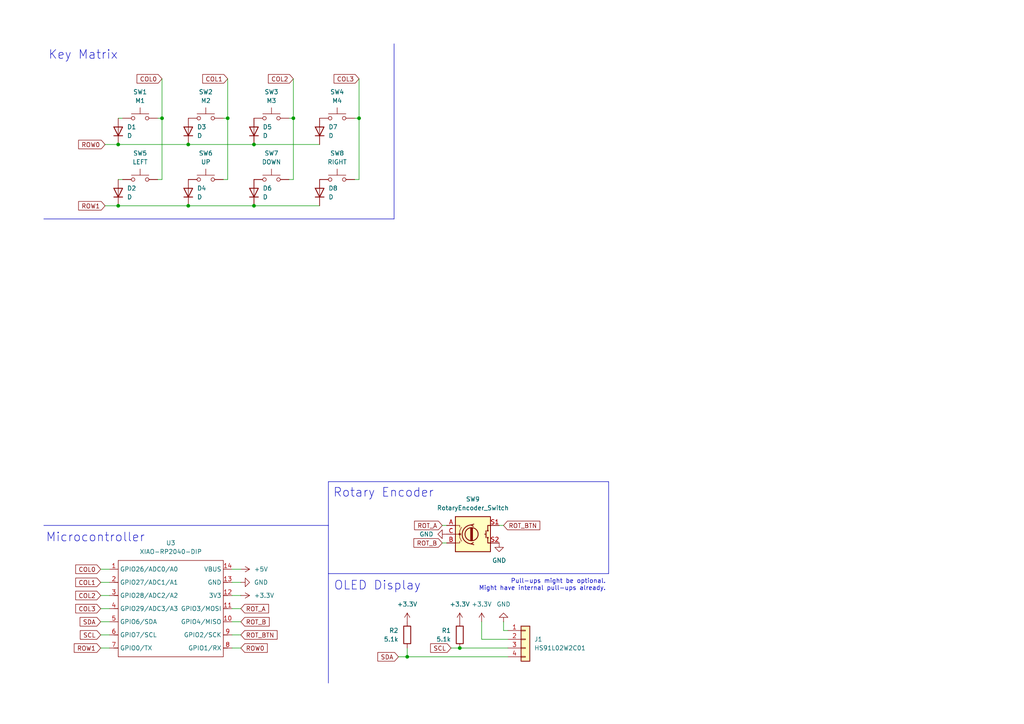
<source format=kicad_sch>
(kicad_sch (version 20250114) (generator "eeschema") (generator_version "9.0")
  (paper "A4")
  (lib_symbols
    (symbol "Connector_Generic:Conn_01x04" (pin_names (offset 1.016) (hide yes))
      (property "Reference" "J" (at 0 5.08 0))
      (property "Value" "Conn_01x04" (at 0 -7.62 0))
      (symbol "Conn_01x04_1_1"
        (rectangle (start -1.27 3.81) (end 1.27 -6.35) (stroke (width 0.254)) (fill (type background)))
        (rectangle (start -1.27 2.667) (end 0 2.413) (stroke (width 0.1524)))
        (rectangle (start -1.27 0.127) (end 0 -0.127) (stroke (width 0.1524)))
        (rectangle (start -1.27 -2.413) (end 0 -2.667) (stroke (width 0.1524)))
        (rectangle (start -1.27 -4.953) (end 0 -5.207) (stroke (width 0.1524)))
        (pin passive line (at -5.08 2.54 0) (length 3.81) (name "Pin_1") (number "1"))
        (pin passive line (at -5.08 0 0) (length 3.81) (name "Pin_2") (number "2"))
        (pin passive line (at -5.08 -2.54 0) (length 3.81) (name "Pin_3") (number "3"))
        (pin passive line (at -5.08 -5.08 0) (length 3.81) (name "Pin_4") (number "4"))
      )
    )
    (symbol "Device:D" (pin_numbers (hide yes)) (pin_names (offset 1.016) (hide yes))
      (property "Reference" "D" (at 0 2.54 0))
      (property "Value" "D" (at 0 -2.54 0))
      (symbol "D_0_1"
        (polyline (pts (xy -1.27 1.27) (xy -1.27 -1.27)) (stroke (width 0.254)))
        (polyline (pts (xy 1.27 1.27) (xy 1.27 -1.27) (xy -1.27 0) (xy 1.27 1.27)) (stroke (width 0.254)))
        (polyline (pts (xy 1.27 0) (xy -1.27 0)))
      )
      (symbol "D_1_1"
        (pin passive line (at -3.81 0 0) (length 2.54) (name "K") (number "1"))
        (pin passive line (at 3.81 0 180) (length 2.54) (name "A") (number "2"))
      )
    )
    (symbol "Device:R" (pin_numbers (hide yes)) (pin_names (offset 0))
      (property "Reference" "R" (at 2.032 0 90))
      (property "Value" "R" (at 0 0 90))
      (symbol "R_0_1"
        (rectangle (start -1.016 -2.54) (end 1.016 2.54) (stroke (width 0.254)))
      )
      (symbol "R_1_1"
        (pin passive line (at 0 3.81 270) (length 1.27) (name "~") (number "1"))
        (pin passive line (at 0 -3.81 90) (length 1.27) (name "~") (number "2"))
      )
    )
    (symbol "Device:RotaryEncoder_Switch" (pin_names (offset 0.254) (hide yes))
      (property "Reference" "SW" (at 0 6.604 0))
      (property "Value" "RotaryEncoder_Switch" (at 0 -6.604 0))
      (symbol "RotaryEncoder_Switch_0_1"
        (rectangle (start -5.08 5.08) (end 5.08 -5.08) (stroke (width 0.254)) (fill (type background)))
        (polyline (pts (xy -5.08 2.54) (xy -3.81 2.54) (xy -3.81 2.032)))
        (polyline (pts (xy -5.08 0) (xy -3.81 0) (xy -3.81 -1.016) (xy -3.302 -2.032)))
        (polyline (pts (xy -5.08 -2.54) (xy -3.81 -2.54) (xy -3.81 -2.032)))
        (polyline (pts (xy -4.318 0) (xy -3.81 0) (xy -3.81 1.016) (xy -3.302 2.032)))
        (circle (center -3.81 0) (radius 0.254) (fill (type outline)))
        (polyline (pts (xy -0.635 -1.778) (xy -0.635 1.778)) (stroke (width 0.254)))
        (circle (center -0.381 0) (radius 1.905) (stroke (width 0.254)))
        (polyline (pts (xy -0.381 -1.778) (xy -0.381 1.778)) (stroke (width 0.254)))
        (arc (start -0.381 -2.794) (mid -3.0988 -0.0635) (end -0.381 2.667) (stroke (width 0.254)))
        (polyline (pts (xy -0.127 1.778) (xy -0.127 -1.778)) (stroke (width 0.254)))
        (polyline (pts (xy 0.254 2.921) (xy -0.508 2.667) (xy 0.127 2.286)) (stroke (width 0.254)))
        (polyline (pts (xy 0.254 -3.048) (xy -0.508 -2.794) (xy 0.127 -2.413)) (stroke (width 0.254)))
        (polyline (pts (xy 3.81 1.016) (xy 3.81 -1.016)) (stroke (width 0.254)))
        (polyline (pts (xy 3.81 0) (xy 3.429 0)) (stroke (width 0.254)))
        (circle (center 4.318 1.016) (radius 0.127) (stroke (width 0.254)))
        (circle (center 4.318 -1.016) (radius 0.127) (stroke (width 0.254)))
        (polyline (pts (xy 5.08 2.54) (xy 4.318 2.54) (xy 4.318 1.016)) (stroke (width 0.254)))
        (polyline (pts (xy 5.08 -2.54) (xy 4.318 -2.54) (xy 4.318 -1.016)) (stroke (width 0.254)))
      )
      (symbol "RotaryEncoder_Switch_1_1"
        (pin passive line (at -7.62 2.54 0) (length 2.54) (name "A") (number "A"))
        (pin passive line (at -7.62 0 0) (length 2.54) (name "C") (number "C"))
        (pin passive line (at -7.62 -2.54 0) (length 2.54) (name "B") (number "B"))
        (pin passive line (at 7.62 2.54 180) (length 2.54) (name "S1") (number "S1"))
        (pin passive line (at 7.62 -2.54 180) (length 2.54) (name "S2") (number "S2"))
      )
    )
    (symbol "SeeedStudio:XIAO-RP2040-DIP"
      (property "Reference" "U" (at 0 0 0))
      (property "Value" "XIAO-RP2040-DIP" (at 5.334 -1.778 0))
      (symbol "XIAO-RP2040-DIP_1_0"
        (polyline (pts (xy -1.27 -2.54) (xy 29.21 -2.54)) (stroke (width 0.1524)))
        (polyline (pts (xy -1.27 -5.08) (xy -2.54 -5.08)) (stroke (width 0.1524)))
        (polyline (pts (xy -1.27 -5.08) (xy -1.27 -2.54)) (stroke (width 0.1524)))
        (polyline (pts (xy -1.27 -8.89) (xy -2.54 -8.89)) (stroke (width 0.1524)))
        (polyline (pts (xy -1.27 -8.89) (xy -1.27 -5.08)) (stroke (width 0.1524)))
        (polyline (pts (xy -1.27 -12.7) (xy -2.54 -12.7)) (stroke (width 0.1524)))
        (polyline (pts (xy -1.27 -12.7) (xy -1.27 -8.89)) (stroke (width 0.1524)))
        (polyline (pts (xy -1.27 -16.51) (xy -2.54 -16.51)) (stroke (width 0.1524)))
        (polyline (pts (xy -1.27 -16.51) (xy -1.27 -12.7)) (stroke (width 0.1524)))
        (polyline (pts (xy -1.27 -20.32) (xy -2.54 -20.32)) (stroke (width 0.1524)))
        (polyline (pts (xy -1.27 -24.13) (xy -2.54 -24.13)) (stroke (width 0.1524)))
        (polyline (pts (xy -1.27 -27.94) (xy -2.54 -27.94)) (stroke (width 0.1524)))
        (polyline (pts (xy -1.27 -30.48) (xy -1.27 -16.51)) (stroke (width 0.1524)))
        (polyline (pts (xy 29.21 -2.54) (xy 29.21 -5.08)) (stroke (width 0.1524)))
        (polyline (pts (xy 29.21 -5.08) (xy 29.21 -8.89)) (stroke (width 0.1524)))
        (polyline (pts (xy 29.21 -8.89) (xy 29.21 -12.7)) (stroke (width 0.1524)))
        (polyline (pts (xy 29.21 -12.7) (xy 29.21 -30.48)) (stroke (width 0.1524)))
        (polyline (pts (xy 29.21 -30.48) (xy -1.27 -30.48)) (stroke (width 0.1524)))
        (polyline (pts (xy 30.48 -5.08) (xy 29.21 -5.08)) (stroke (width 0.1524)))
        (polyline (pts (xy 30.48 -8.89) (xy 29.21 -8.89)) (stroke (width 0.1524)))
        (polyline (pts (xy 30.48 -12.7) (xy 29.21 -12.7)) (stroke (width 0.1524)))
        (polyline (pts (xy 30.48 -16.51) (xy 29.21 -16.51)) (stroke (width 0.1524)))
        (polyline (pts (xy 30.48 -20.32) (xy 29.21 -20.32)) (stroke (width 0.1524)))
        (polyline (pts (xy 30.48 -24.13) (xy 29.21 -24.13)) (stroke (width 0.1524)))
        (polyline (pts (xy 30.48 -27.94) (xy 29.21 -27.94)) (stroke (width 0.1524)))
        (pin passive line (at -3.81 -5.08 0) (length 2.54) (name "GPIO26/ADC0/A0") (number "1"))
        (pin passive line (at -3.81 -8.89 0) (length 2.54) (name "GPIO27/ADC1/A1") (number "2"))
        (pin passive line (at -3.81 -12.7 0) (length 2.54) (name "GPIO28/ADC2/A2") (number "3"))
        (pin passive line (at -3.81 -16.51 0) (length 2.54) (name "GPIO29/ADC3/A3") (number "4"))
        (pin passive line (at -3.81 -20.32 0) (length 2.54) (name "GPIO6/SDA") (number "5"))
        (pin passive line (at -3.81 -24.13 0) (length 2.54) (name "GPIO7/SCL") (number "6"))
        (pin passive line (at -3.81 -27.94 0) (length 2.54) (name "GPIO0/TX") (number "7"))
        (pin passive line (at 31.75 -5.08 180) (length 2.54) (name "VBUS") (number "14"))
        (pin passive line (at 31.75 -8.89 180) (length 2.54) (name "GND") (number "13"))
        (pin passive line (at 31.75 -12.7 180) (length 2.54) (name "3V3") (number "12"))
        (pin passive line (at 31.75 -16.51 180) (length 2.54) (name "GPIO3/MOSI") (number "11"))
        (pin passive line (at 31.75 -20.32 180) (length 2.54) (name "GPIO4/MISO") (number "10"))
        (pin passive line (at 31.75 -24.13 180) (length 2.54) (name "GPIO2/SCK") (number "9"))
        (pin passive line (at 31.75 -27.94 180) (length 2.54) (name "GPIO1/RX") (number "8"))
      )
    )
    (symbol "Switch:SW_Push" (pin_numbers (hide yes)) (pin_names (offset 1.016) (hide yes))
      (property "Reference" "SW" (at 1.27 2.54 0))
      (property "Value" "SW_Push" (at 0 -1.524 0))
      (symbol "SW_Push_0_1"
        (circle (center -2.032 0) (radius 0.508))
        (polyline (pts (xy 0 1.27) (xy 0 3.048)))
        (circle (center 2.032 0) (radius 0.508))
        (polyline (pts (xy 2.54 1.27) (xy -2.54 1.27)))
        (pin passive line (at -5.08 0 0) (length 2.54) (name "1") (number "1"))
        (pin passive line (at 5.08 0 180) (length 2.54) (name "2") (number "2"))
      )
    )
    (symbol "power:+3.3V" (power) (pin_numbers (hide yes)) (pin_names (offset 0) (hide yes))
      (property "Value" "+3.3V" (at 0 3.556 0))
      (symbol "+3.3V_0_1"
        (polyline (pts (xy -0.762 1.27) (xy 0 2.54)))
        (polyline (pts (xy 0 2.54) (xy 0.762 1.27)))
        (polyline (pts (xy 0 0) (xy 0 2.54)))
      )
      (symbol "+3.3V_1_1"
        (pin power_in line (at 0 0 90) (length 0) (name "~") (number "1"))
      )
    )
    (symbol "power:+5V" (power) (pin_numbers (hide yes)) (pin_names (offset 0) (hide yes))
      (property "Value" "+5V" (at 0 3.556 0))
      (symbol "+5V_0_1"
        (polyline (pts (xy -0.762 1.27) (xy 0 2.54)))
        (polyline (pts (xy 0 2.54) (xy 0.762 1.27)))
        (polyline (pts (xy 0 0) (xy 0 2.54)))
      )
      (symbol "+5V_1_1"
        (pin power_in line (at 0 0 90) (length 0) (name "~") (number "1"))
      )
    )
    (symbol "power:GND" (power) (pin_numbers (hide yes)) (pin_names (offset 0) (hide yes))
      (property "Value" "GND" (at 0 -3.81 0))
      (symbol "GND_0_1"
        (polyline (pts (xy 0 0) (xy 0 -1.27) (xy 1.27 -1.27) (xy 0 -2.54) (xy -1.27 -1.27) (xy 0 -1.27)))
      )
      (symbol "GND_1_1"
        (pin power_in line (at 0 0 270) (length 0) (name "~") (number "1"))
      )
    )
  )
  (text "OLED Display" (at 109.474 169.926 0) (effects (font (size 2.54 2.54))))
  (text "Key Matrix" (at 24.13 16.002 0) (effects (font (size 2.54 2.54))))
  (text "Rotary Encoder\n" (at 111.252 143.002 0) (effects (font (size 2.54 2.54))))
  (text "Pull-ups might be optional.\nMight have internal pull-ups already." (at 175.768 169.672 0) (effects (font (size 1.27 1.27)) (justify right)))
  (text "Microcontroller" (at 27.686 155.956 0) (effects (font (size 2.54 2.54))))
  (junction (at 46.99 34.29))
  (junction (at 54.61 59.69))
  (junction (at 118.11 190.5))
  (junction (at 73.66 41.91))
  (junction (at 104.14 34.29))
  (junction (at 54.61 41.91))
  (junction (at 66.04 34.29))
  (junction (at 73.66 59.69))
  (junction (at 85.09 34.29))
  (junction (at 133.35 187.96))
  (junction (at 34.29 59.69))
  (junction (at 34.29 41.91))
  (wire (pts (xy 29.21 172.72) (xy 31.75 172.72)))
  (wire (pts (xy 73.66 41.91) (xy 92.71 41.91)))
  (wire (pts (xy 67.31 165.1) (xy 69.85 165.1)))
  (wire (pts (xy 147.32 182.88) (xy 146.05 182.88)))
  (wire (pts (xy 128.27 152.4) (xy 129.54 152.4)))
  (wire (pts (xy 46.99 22.86) (xy 46.99 34.29)))
  (wire (pts (xy 128.27 157.48) (xy 129.54 157.48)))
  (wire (pts (xy 85.09 52.07) (xy 83.82 52.07)))
  (wire (pts (xy 67.31 187.96) (xy 69.85 187.96)))
  (wire (pts (xy 64.77 34.29) (xy 66.04 34.29)))
  (wire (pts (xy 29.21 168.91) (xy 31.75 168.91)))
  (wire (pts (xy 29.21 184.15) (xy 31.75 184.15)))
  (wire (pts (xy 67.31 180.34) (xy 69.85 180.34)))
  (wire (pts (xy 66.04 22.86) (xy 66.04 34.29)))
  (wire (pts (xy 46.99 34.29) (xy 46.99 52.07)))
  (wire (pts (xy 67.31 184.15) (xy 69.85 184.15)))
  (wire (pts (xy 83.82 34.29) (xy 85.09 34.29)))
  (polyline (pts (xy 95.25 139.7) (xy 95.25 152.4)))
  (wire (pts (xy 29.21 187.96) (xy 31.75 187.96)))
  (wire (pts (xy 30.48 41.91) (xy 34.29 41.91)))
  (wire (pts (xy 104.14 34.29) (xy 104.14 52.07)))
  (polyline (pts (xy 12.7 63.5) (xy 114.3 63.5)))
  (wire (pts (xy 46.99 52.07) (xy 45.72 52.07)))
  (wire (pts (xy 144.78 152.4) (xy 146.05 152.4)))
  (wire (pts (xy 67.31 168.91) (xy 69.85 168.91)))
  (wire (pts (xy 46.99 34.29) (xy 45.72 34.29)))
  (wire (pts (xy 104.14 22.86) (xy 104.14 34.29)))
  (wire (pts (xy 29.21 165.1) (xy 31.75 165.1)))
  (wire (pts (xy 54.61 59.69) (xy 73.66 59.69)))
  (polyline (pts (xy 176.53 139.7) (xy 95.25 139.7)))
  (polyline (pts (xy 114.3 12.7) (xy 114.3 63.5)))
  (wire (pts (xy 130.81 187.96) (xy 133.35 187.96)))
  (wire (pts (xy 66.04 52.07) (xy 64.77 52.07)))
  (wire (pts (xy 67.31 176.53) (xy 69.85 176.53)))
  (wire (pts (xy 67.31 172.72) (xy 69.85 172.72)))
  (wire (pts (xy 29.21 180.34) (xy 31.75 180.34)))
  (wire (pts (xy 73.66 59.69) (xy 92.71 59.69)))
  (wire (pts (xy 139.7 185.42) (xy 139.7 180.34)))
  (wire (pts (xy 29.21 176.53) (xy 31.75 176.53)))
  (polyline (pts (xy 95.25 166.37) (xy 176.53 166.37)))
  (wire (pts (xy 118.11 187.96) (xy 118.11 190.5)))
  (wire (pts (xy 147.32 185.42) (xy 139.7 185.42)))
  (polyline (pts (xy 12.7 152.4) (xy 95.25 152.4)))
  (wire (pts (xy 66.04 34.29) (xy 66.04 52.07)))
  (wire (pts (xy 34.29 34.29) (xy 35.56 34.29)))
  (polyline (pts (xy 176.53 166.37) (xy 176.53 139.7)))
  (wire (pts (xy 54.61 41.91) (xy 73.66 41.91)))
  (wire (pts (xy 115.57 190.5) (xy 118.11 190.5)))
  (wire (pts (xy 34.29 52.07) (xy 35.56 52.07)))
  (wire (pts (xy 102.87 34.29) (xy 104.14 34.29)))
  (wire (pts (xy 85.09 34.29) (xy 85.09 52.07)))
  (wire (pts (xy 34.29 41.91) (xy 54.61 41.91)))
  (wire (pts (xy 118.11 190.5) (xy 147.32 190.5)))
  (wire (pts (xy 34.29 59.69) (xy 54.61 59.69)))
  (polyline (pts (xy 95.25 166.37) (xy 95.25 152.4)))
  (polyline (pts (xy 95.25 198.12) (xy 95.25 166.37)))
  (wire (pts (xy 133.35 187.96) (xy 147.32 187.96)))
  (wire (pts (xy 30.48 59.69) (xy 34.29 59.69)))
  (wire (pts (xy 85.09 22.86) (xy 85.09 34.29)))
  (wire (pts (xy 104.14 52.07) (xy 102.87 52.07)))
  (wire (pts (xy 146.05 182.88) (xy 146.05 180.34)))
  (global_label "COL3" (shape input) (at 29.21 176.53 180) (property "Intersheetrefs" "${INTERSHEET_REFS}" (effects (hide yes))))
  (global_label "COL3" (shape input) (at 104.14 22.86 180) (property "Intersheetrefs" "${INTERSHEET_REFS}" (effects (hide yes))))
  (global_label "COL0" (shape input) (at 46.99 22.86 180) (property "Intersheetrefs" "${INTERSHEET_REFS}" (effects (hide yes))))
  (global_label "COL0" (shape input) (at 29.21 165.1 180) (property "Intersheetrefs" "${INTERSHEET_REFS}" (effects (hide yes))))
  (global_label "ROW1" (shape input) (at 30.48 59.69 180) (property "Intersheetrefs" "${INTERSHEET_REFS}" (effects (hide yes))))
  (global_label "COL2" (shape input) (at 29.21 172.72 180) (property "Intersheetrefs" "${INTERSHEET_REFS}" (effects (hide yes))))
  (global_label "ROW0" (shape input) (at 30.48 41.91 180) (property "Intersheetrefs" "${INTERSHEET_REFS}" (effects (hide yes))))
  (global_label "ROW0" (shape input) (at 69.85 187.96 0) (property "Intersheetrefs" "${INTERSHEET_REFS}" (effects (hide yes))))
  (global_label "ROT_BTN" (shape input) (at 146.05 152.4 0) (property "Intersheetrefs" "${INTERSHEET_REFS}" (effects (hide yes))))
  (global_label "COL1" (shape input) (at 66.04 22.86 180) (property "Intersheetrefs" "${INTERSHEET_REFS}" (effects (hide yes))))
  (global_label "COL2" (shape input) (at 85.09 22.86 180) (property "Intersheetrefs" "${INTERSHEET_REFS}" (effects (hide yes))))
  (global_label "ROT_A" (shape input) (at 128.27 152.4 180) (property "Intersheetrefs" "${INTERSHEET_REFS}" (effects (hide yes))))
  (global_label "COL1" (shape input) (at 29.21 168.91 180) (property "Intersheetrefs" "${INTERSHEET_REFS}" (effects (hide yes))))
  (global_label "ROT_B" (shape input) (at 128.27 157.48 180) (property "Intersheetrefs" "${INTERSHEET_REFS}" (effects (hide yes))))
  (global_label "ROW1" (shape input) (at 29.21 187.96 180) (property "Intersheetrefs" "${INTERSHEET_REFS}" (effects (hide yes))))
  (global_label "ROT_BTN" (shape input) (at 69.85 184.15 0) (property "Intersheetrefs" "${INTERSHEET_REFS}" (effects (hide yes))))
  (global_label "SDA" (shape input) (at 29.21 180.34 180) (property "Intersheetrefs" "${INTERSHEET_REFS}" (effects (hide yes))))
  (global_label "SDA" (shape input) (at 115.57 190.5 180) (property "Intersheetrefs" "${INTERSHEET_REFS}" (effects (hide yes))))
  (global_label "SCL" (shape input) (at 29.21 184.15 180) (property "Intersheetrefs" "${INTERSHEET_REFS}" (effects (hide yes))))
  (global_label "SCL" (shape input) (at 130.81 187.96 180) (property "Intersheetrefs" "${INTERSHEET_REFS}" (effects (hide yes))))
  (global_label "ROT_B" (shape input) (at 69.85 180.34 0) (property "Intersheetrefs" "${INTERSHEET_REFS}" (effects (hide yes))))
  (global_label "ROT_A" (shape input) (at 69.85 176.53 0) (property "Intersheetrefs" "${INTERSHEET_REFS}" (effects (hide yes))))
  (symbol (lib_id "Switch:SW_Push") (at 59.69 52.07 0) (unit 1)
    (property "Reference" "SW6" (at 59.69 44.45 0))
    (property "Value" "UP" (at 59.69 46.99 0))
    (property "Description" "Push button switch, generic, two pins" (effects (hide yes)))
  )
  (symbol (lib_id "Device:D") (at 92.71 38.1 90) (unit 1)
    (property "Reference" "D7" (at 95.25 36.8299 90) (effects (justify right)))
    (property "Value" "D" (at 95.25 39.3699 90) (effects (justify right)))
    (property "Description" "Diode" (effects (hide yes)))
    (property "Sim.Device" "D" (effects (hide yes)))
    (property "Sim.Pins" "1=K 2=A" (effects (hide yes)))
  )
  (symbol (lib_id "power:+3.3V") (at 118.11 180.34 0) (unit 1)
    (property "Reference" "#PWR07" (effects (hide yes)))
    (property "Value" "+3.3V" (at 118.11 175.26 0))
    (property "Description" "Power symbol creates a global label with name \"+3.3V\"" (effects (hide yes)))
  )
  (symbol (lib_id "Device:D") (at 34.29 38.1 90) (unit 1)
    (property "Reference" "D1" (at 36.83 36.8299 90) (effects (justify right)))
    (property "Value" "D" (at 36.83 39.3699 90) (effects (justify right)))
    (property "Description" "Diode" (effects (hide yes)))
    (property "Sim.Device" "D" (effects (hide yes)))
    (property "Sim.Pins" "1=K 2=A" (effects (hide yes)))
  )
  (symbol (lib_id "Device:D") (at 73.66 38.1 90) (unit 1)
    (property "Reference" "D5" (at 76.2 36.8299 90) (effects (justify right)))
    (property "Value" "D" (at 76.2 39.3699 90) (effects (justify right)))
    (property "Description" "Diode" (effects (hide yes)))
    (property "Sim.Device" "D" (effects (hide yes)))
    (property "Sim.Pins" "1=K 2=A" (effects (hide yes)))
  )
  (symbol (lib_id "Switch:SW_Push") (at 59.69 34.29 0) (unit 1)
    (property "Reference" "SW2" (at 59.69 26.67 0))
    (property "Value" "M2" (at 59.69 29.21 0))
    (property "Description" "Push button switch, generic, two pins" (effects (hide yes)))
  )
  (symbol (lib_id "SeeedStudio:XIAO-RP2040-DIP") (at 35.56 160.02 0) (unit 1)
    (property "Reference" "U3" (at 49.53 157.48 0))
    (property "Value" "XIAO-RP2040-DIP" (at 49.53 160.02 0))
    (property "Footprint" "Module:MOUDLE14P-XIAO-DIP-SMD" (effects (hide yes)))
  )
  (symbol (lib_id "power:+5V") (at 69.85 165.1 270) (unit 1)
    (property "Reference" "#PWR03" (effects (hide yes)))
    (property "Value" "+5V" (at 73.66 165.0999 90) (effects (justify left)))
    (property "Description" "Power symbol creates a global label with name \"+5V\"" (effects (hide yes)))
  )
  (symbol (lib_id "power:GND") (at 69.85 168.91 90) (unit 1)
    (property "Reference" "#PWR01" (effects (hide yes)))
    (property "Value" "GND" (at 73.66 168.9099 90) (effects (justify right)))
    (property "Description" "Power symbol creates a global label with name \"GND\" , ground" (effects (hide yes)))
  )
  (symbol (lib_id "power:+3.3V") (at 69.85 172.72 270) (unit 1)
    (property "Reference" "#PWR02" (effects (hide yes)))
    (property "Value" "+3.3V" (at 73.66 172.7199 90) (effects (justify left)))
    (property "Description" "Power symbol creates a global label with name \"+3.3V\"" (effects (hide yes)))
  )
  (symbol (lib_id "Switch:SW_Push") (at 97.79 34.29 0) (unit 1)
    (property "Reference" "SW4" (at 97.79 26.67 0))
    (property "Value" "M4" (at 97.79 29.21 0))
    (property "Description" "Push button switch, generic, two pins" (effects (hide yes)))
  )
  (symbol (lib_id "Device:D") (at 73.66 55.88 90) (unit 1)
    (property "Reference" "D6" (at 76.2 54.6099 90) (effects (justify right)))
    (property "Value" "D" (at 76.2 57.1499 90) (effects (justify right)))
    (property "Description" "Diode" (effects (hide yes)))
    (property "Sim.Device" "D" (effects (hide yes)))
    (property "Sim.Pins" "1=K 2=A" (effects (hide yes)))
  )
  (symbol (lib_id "Switch:SW_Push") (at 97.79 52.07 0) (unit 1)
    (property "Reference" "SW8" (at 97.79 44.45 0))
    (property "Value" "RIGHT" (at 97.79 46.99 0))
    (property "Description" "Push button switch, generic, two pins" (effects (hide yes)))
  )
  (symbol (lib_id "Connector_Generic:Conn_01x04") (at 152.4 185.42 0) (unit 1)
    (property "Reference" "J1" (at 154.94 185.4199 0) (effects (justify left)))
    (property "Value" "HS91L02W2C01" (at 154.94 187.9599 0) (effects (justify left)))
    (property "Description" "Generic connector, single row, 01x04, script generated (kicad-library-utils/schlib/autogen/connector/)" (effects (hide yes)))
  )
  (symbol (lib_id "Device:D") (at 54.61 55.88 90) (unit 1)
    (property "Reference" "D4" (at 57.15 54.6099 90) (effects (justify right)))
    (property "Value" "D" (at 57.15 57.1499 90) (effects (justify right)))
    (property "Description" "Diode" (effects (hide yes)))
    (property "Sim.Device" "D" (effects (hide yes)))
    (property "Sim.Pins" "1=K 2=A" (effects (hide yes)))
  )
  (symbol (lib_id "Device:R") (at 118.11 184.15 0) (mirror y) (unit 1)
    (property "Reference" "R2" (at 115.57 182.8799 0) (effects (justify left)))
    (property "Value" "5.1k" (at 115.57 185.4199 0) (effects (justify left)))
    (property "Description" "Resistor" (effects (hide yes)))
  )
  (symbol (lib_id "Switch:SW_Push") (at 78.74 52.07 0) (unit 1)
    (property "Reference" "SW7" (at 78.74 44.45 0))
    (property "Value" "DOWN" (at 78.74 46.99 0))
    (property "Description" "Push button switch, generic, two pins" (effects (hide yes)))
  )
  (symbol (lib_id "Device:RotaryEncoder_Switch") (at 137.16 154.94 0) (unit 1)
    (property "Reference" "SW9" (at 137.16 144.78 0))
    (property "Value" "RotaryEncoder_Switch" (at 137.16 147.32 0))
    (property "Description" "Rotary encoder, dual channel, incremental quadrate outputs, with switch" (effects (hide yes)))
  )
  (symbol (lib_id "Device:D") (at 54.61 38.1 90) (unit 1)
    (property "Reference" "D3" (at 57.15 36.8299 90) (effects (justify right)))
    (property "Value" "D" (at 57.15 39.3699 90) (effects (justify right)))
    (property "Description" "Diode" (effects (hide yes)))
    (property "Sim.Device" "D" (effects (hide yes)))
    (property "Sim.Pins" "1=K 2=A" (effects (hide yes)))
  )
  (symbol (lib_id "Device:D") (at 34.29 55.88 90) (unit 1)
    (property "Reference" "D2" (at 36.83 54.6099 90) (effects (justify right)))
    (property "Value" "D" (at 36.83 57.1499 90) (effects (justify right)))
    (property "Description" "Diode" (effects (hide yes)))
    (property "Sim.Device" "D" (effects (hide yes)))
    (property "Sim.Pins" "1=K 2=A" (effects (hide yes)))
  )
  (symbol (lib_id "power:+3.3V") (at 133.35 180.34 0) (unit 1)
    (property "Reference" "#PWR06" (effects (hide yes)))
    (property "Value" "+3.3V" (at 133.35 175.26 0))
    (property "Description" "Power symbol creates a global label with name \"+3.3V\"" (effects (hide yes)))
  )
  (symbol (lib_id "power:GND") (at 129.54 154.94 270) (unit 1)
    (property "Reference" "#PWR09" (effects (hide yes)))
    (property "Value" "GND" (at 125.73 154.9399 90) (effects (justify right)))
    (property "Description" "Power symbol creates a global label with name \"GND\" , ground" (effects (hide yes)))
  )
  (symbol (lib_id "Device:D") (at 92.71 55.88 90) (unit 1)
    (property "Reference" "D8" (at 95.25 54.6099 90) (effects (justify right)))
    (property "Value" "D" (at 95.25 57.1499 90) (effects (justify right)))
    (property "Description" "Diode" (effects (hide yes)))
    (property "Sim.Device" "D" (effects (hide yes)))
    (property "Sim.Pins" "1=K 2=A" (effects (hide yes)))
  )
  (symbol (lib_id "power:+3.3V") (at 139.7 180.34 0) (unit 1)
    (property "Reference" "#PWR05" (effects (hide yes)))
    (property "Value" "+3.3V" (at 139.7 175.26 0))
    (property "Description" "Power symbol creates a global label with name \"+3.3V\"" (effects (hide yes)))
  )
  (symbol (lib_id "power:GND") (at 144.78 157.48 0) (unit 1)
    (property "Reference" "#PWR08" (effects (hide yes)))
    (property "Value" "GND" (at 144.78 162.56 0))
    (property "Description" "Power symbol creates a global label with name \"GND\" , ground" (effects (hide yes)))
  )
  (symbol (lib_id "power:GND") (at 146.05 180.34 180) (unit 1)
    (property "Reference" "#PWR04" (effects (hide yes)))
    (property "Value" "GND" (at 146.05 175.26 0))
    (property "Description" "Power symbol creates a global label with name \"GND\" , ground" (effects (hide yes)))
  )
  (symbol (lib_id "Switch:SW_Push") (at 40.64 34.29 0) (unit 1)
    (property "Reference" "SW1" (at 40.64 26.67 0))
    (property "Value" "M1" (at 40.64 29.21 0))
    (property "Description" "Push button switch, generic, two pins" (effects (hide yes)))
  )
  (symbol (lib_id "Device:R") (at 133.35 184.15 0) (mirror y) (unit 1)
    (property "Reference" "R1" (at 130.81 182.8799 0) (effects (justify left)))
    (property "Value" "5.1k" (at 130.81 185.4199 0) (effects (justify left)))
    (property "Description" "Resistor" (effects (hide yes)))
  )
  (symbol (lib_id "Switch:SW_Push") (at 40.64 52.07 0) (unit 1)
    (property "Reference" "SW5" (at 40.64 44.45 0))
    (property "Value" "LEFT" (at 40.64 46.99 0))
    (property "Description" "Push button switch, generic, two pins" (effects (hide yes)))
  )
  (symbol (lib_id "Switch:SW_Push") (at 78.74 34.29 0) (unit 1)
    (property "Reference" "SW3" (at 78.74 26.67 0))
    (property "Value" "M3" (at 78.74 29.21 0))
    (property "Description" "Push button switch, generic, two pins" (effects (hide yes)))
  )
)
</source>
